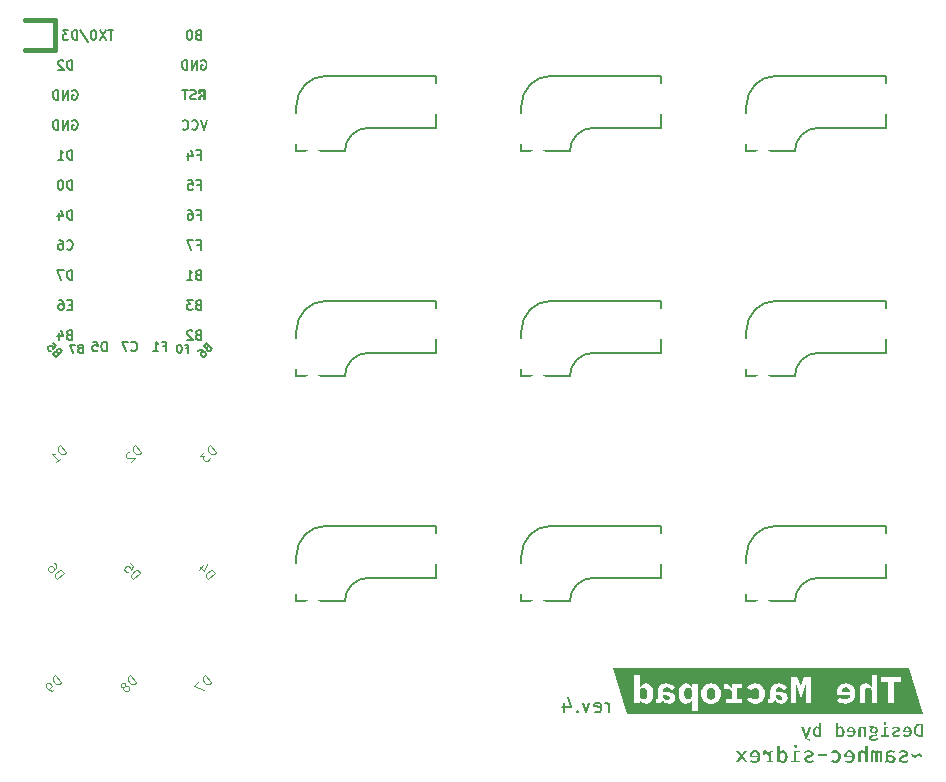
<source format=gbo>
G04 #@! TF.GenerationSoftware,KiCad,Pcbnew,(5.1.10-1-10_14)*
G04 #@! TF.CreationDate,2021-09-27T01:36:05+08:00*
G04 #@! TF.ProjectId,SMP v.2,534d5020-762e-4322-9e6b-696361645f70,rev?*
G04 #@! TF.SameCoordinates,Original*
G04 #@! TF.FileFunction,Legend,Bot*
G04 #@! TF.FilePolarity,Positive*
%FSLAX46Y46*%
G04 Gerber Fmt 4.6, Leading zero omitted, Abs format (unit mm)*
G04 Created by KiCad (PCBNEW (5.1.10-1-10_14)) date 2021-09-27 01:36:05*
%MOMM*%
%LPD*%
G01*
G04 APERTURE LIST*
%ADD10C,0.200000*%
%ADD11C,0.127000*%
%ADD12C,0.381000*%
%ADD13C,0.150000*%
%ADD14C,0.100000*%
%ADD15C,0.120000*%
%ADD16C,1.000000*%
%ADD17R,2.550000X2.500000*%
%ADD18C,1.750000*%
%ADD19C,3.000000*%
%ADD20C,3.987800*%
%ADD21C,6.400000*%
%ADD22C,1.752600*%
%ADD23R,1.752600X1.752600*%
G04 APERTURE END LIST*
D10*
X165236285Y-125129857D02*
X165236285Y-124329857D01*
X165236285Y-124558428D02*
X165179142Y-124444142D01*
X165122000Y-124387000D01*
X165007714Y-124329857D01*
X164893428Y-124329857D01*
X164036285Y-125072714D02*
X164150571Y-125129857D01*
X164379142Y-125129857D01*
X164493428Y-125072714D01*
X164550571Y-124958428D01*
X164550571Y-124501285D01*
X164493428Y-124387000D01*
X164379142Y-124329857D01*
X164150571Y-124329857D01*
X164036285Y-124387000D01*
X163979142Y-124501285D01*
X163979142Y-124615571D01*
X164550571Y-124729857D01*
X163579142Y-124329857D02*
X163293428Y-125129857D01*
X163007714Y-124329857D01*
X162550571Y-125015571D02*
X162493428Y-125072714D01*
X162550571Y-125129857D01*
X162607714Y-125072714D01*
X162550571Y-125015571D01*
X162550571Y-125129857D01*
X161464857Y-124329857D02*
X161464857Y-125129857D01*
X161750571Y-123872714D02*
X162036285Y-124729857D01*
X161293428Y-124729857D01*
D11*
X150575300Y-71257400D02*
X150575300Y-75657400D01*
X150575300Y-71257400D02*
X141275300Y-71257400D01*
X138775300Y-73757400D02*
X138775300Y-77657400D01*
X138775300Y-77657400D02*
X142875300Y-77657400D01*
X144875300Y-75657400D02*
X150575300Y-75657400D01*
X144875300Y-75657400D02*
G75*
G03*
X142875300Y-77657400I0J-2000000D01*
G01*
X141275300Y-71257400D02*
G75*
G03*
X138775300Y-73757400I0J-2500000D01*
G01*
X169625300Y-71257400D02*
X169625300Y-75657400D01*
X169625300Y-71257400D02*
X160325300Y-71257400D01*
X157825300Y-73757400D02*
X157825300Y-77657400D01*
X157825300Y-77657400D02*
X161925300Y-77657400D01*
X163925300Y-75657400D02*
X169625300Y-75657400D01*
X163925300Y-75657400D02*
G75*
G03*
X161925300Y-77657400I0J-2000000D01*
G01*
X160325300Y-71257400D02*
G75*
G03*
X157825300Y-73757400I0J-2500000D01*
G01*
X188675300Y-71257400D02*
X188675300Y-75657400D01*
X188675300Y-71257400D02*
X179375300Y-71257400D01*
X176875300Y-73757400D02*
X176875300Y-77657400D01*
X176875300Y-77657400D02*
X180975300Y-77657400D01*
X182975300Y-75657400D02*
X188675300Y-75657400D01*
X182975300Y-75657400D02*
G75*
G03*
X180975300Y-77657400I0J-2000000D01*
G01*
X179375300Y-71257400D02*
G75*
G03*
X176875300Y-73757400I0J-2500000D01*
G01*
X150575300Y-90307400D02*
X150575300Y-94707400D01*
X150575300Y-90307400D02*
X141275300Y-90307400D01*
X138775300Y-92807400D02*
X138775300Y-96707400D01*
X138775300Y-96707400D02*
X142875300Y-96707400D01*
X144875300Y-94707400D02*
X150575300Y-94707400D01*
X144875300Y-94707400D02*
G75*
G03*
X142875300Y-96707400I0J-2000000D01*
G01*
X141275300Y-90307400D02*
G75*
G03*
X138775300Y-92807400I0J-2500000D01*
G01*
X188675300Y-90307400D02*
X188675300Y-94707400D01*
X188675300Y-90307400D02*
X179375300Y-90307400D01*
X176875300Y-92807400D02*
X176875300Y-96707400D01*
X176875300Y-96707400D02*
X180975300Y-96707400D01*
X182975300Y-94707400D02*
X188675300Y-94707400D01*
X182975300Y-94707400D02*
G75*
G03*
X180975300Y-96707400I0J-2000000D01*
G01*
X179375300Y-90307400D02*
G75*
G03*
X176875300Y-92807400I0J-2500000D01*
G01*
X169625300Y-109357400D02*
X169625300Y-113757400D01*
X169625300Y-109357400D02*
X160325300Y-109357400D01*
X157825300Y-111857400D02*
X157825300Y-115757400D01*
X157825300Y-115757400D02*
X161925300Y-115757400D01*
X163925300Y-113757400D02*
X169625300Y-113757400D01*
X163925300Y-113757400D02*
G75*
G03*
X161925300Y-115757400I0J-2000000D01*
G01*
X160325300Y-109357400D02*
G75*
G03*
X157825300Y-111857400I0J-2500000D01*
G01*
X188675300Y-109357400D02*
X188675300Y-113757400D01*
X188675300Y-109357400D02*
X179375300Y-109357400D01*
X176875300Y-111857400D02*
X176875300Y-115757400D01*
X176875300Y-115757400D02*
X180975300Y-115757400D01*
X182975300Y-113757400D02*
X188675300Y-113757400D01*
X182975300Y-113757400D02*
G75*
G03*
X180975300Y-115757400I0J-2000000D01*
G01*
X179375300Y-109357400D02*
G75*
G03*
X176875300Y-111857400I0J-2500000D01*
G01*
X150575300Y-109357400D02*
X150575300Y-113757400D01*
X150575300Y-109357400D02*
X141275300Y-109357400D01*
X138775300Y-111857400D02*
X138775300Y-115757400D01*
X138775300Y-115757400D02*
X142875300Y-115757400D01*
X144875300Y-113757400D02*
X150575300Y-113757400D01*
X144875300Y-113757400D02*
G75*
G03*
X142875300Y-115757400I0J-2000000D01*
G01*
X141275300Y-109357400D02*
G75*
G03*
X138775300Y-111857400I0J-2500000D01*
G01*
X169625300Y-90307400D02*
X169625300Y-94707400D01*
X169625300Y-90307400D02*
X160325300Y-90307400D01*
X157825300Y-92807400D02*
X157825300Y-96707400D01*
X157825300Y-96707400D02*
X161925300Y-96707400D01*
X163925300Y-94707400D02*
X169625300Y-94707400D01*
X163925300Y-94707400D02*
G75*
G03*
X161925300Y-96707400I0J-2000000D01*
G01*
X160325300Y-90307400D02*
G75*
G03*
X157825300Y-92807400I0J-2500000D01*
G01*
D12*
X118313200Y-69088000D02*
X115773200Y-69088000D01*
X118313200Y-66548000D02*
X118313200Y-69088000D01*
D13*
G36*
X130707835Y-72837030D02*
G01*
X130707835Y-72937030D01*
X130807835Y-72937030D01*
X130807835Y-72837030D01*
X130707835Y-72837030D01*
G37*
X130707835Y-72837030D02*
X130707835Y-72937030D01*
X130807835Y-72937030D01*
X130807835Y-72837030D01*
X130707835Y-72837030D01*
G36*
X130907835Y-72437030D02*
G01*
X130907835Y-73237030D01*
X131007835Y-73237030D01*
X131007835Y-72437030D01*
X130907835Y-72437030D01*
G37*
X130907835Y-72437030D02*
X130907835Y-73237030D01*
X131007835Y-73237030D01*
X131007835Y-72437030D01*
X130907835Y-72437030D01*
G36*
X130507835Y-73037030D02*
G01*
X130507835Y-73237030D01*
X130607835Y-73237030D01*
X130607835Y-73037030D01*
X130507835Y-73037030D01*
G37*
X130507835Y-73037030D02*
X130507835Y-73237030D01*
X130607835Y-73237030D01*
X130607835Y-73037030D01*
X130507835Y-73037030D01*
G36*
X130507835Y-72437030D02*
G01*
X130507835Y-72737030D01*
X130607835Y-72737030D01*
X130607835Y-72437030D01*
X130507835Y-72437030D01*
G37*
X130507835Y-72437030D02*
X130507835Y-72737030D01*
X130607835Y-72737030D01*
X130607835Y-72437030D01*
X130507835Y-72437030D01*
G36*
X130507835Y-72437030D02*
G01*
X130507835Y-72537030D01*
X131007835Y-72537030D01*
X131007835Y-72437030D01*
X130507835Y-72437030D01*
G37*
X130507835Y-72437030D02*
X130507835Y-72537030D01*
X131007835Y-72537030D01*
X131007835Y-72437030D01*
X130507835Y-72437030D01*
D12*
X118313200Y-66548000D02*
X115773200Y-66548000D01*
D14*
G36*
X189987238Y-121361729D02*
G01*
X189987238Y-122156537D01*
X188234638Y-122156537D01*
X187952063Y-122023187D01*
X187482163Y-122023187D01*
X187482163Y-123032837D01*
X187463113Y-123032837D01*
X187393263Y-122902662D01*
X187293250Y-122796300D01*
X187156725Y-122723275D01*
X186980513Y-122696287D01*
X186764613Y-122735975D01*
X186596338Y-122855037D01*
X186486800Y-123048712D01*
X186457034Y-123171744D01*
X186447113Y-123312237D01*
X186447113Y-124372688D01*
X186917013Y-124372688D01*
X186917013Y-123375738D01*
X186947704Y-123199349D01*
X187039779Y-123093515D01*
X187193238Y-123058237D01*
X187299600Y-123072525D01*
X187393263Y-123116975D01*
X187458350Y-123191587D01*
X187482163Y-123296362D01*
X187482163Y-124372688D01*
X187952063Y-124372688D01*
X187952063Y-122023187D01*
X188234638Y-122156537D01*
X188234638Y-122547062D01*
X188872813Y-122547062D01*
X188872813Y-124372688D01*
X189349063Y-124372688D01*
X189349063Y-122547062D01*
X189987238Y-122547062D01*
X189987238Y-122156537D01*
X189987238Y-121361729D01*
X190648696Y-121361729D01*
X191821858Y-125272271D01*
X185256488Y-124410788D01*
X185509429Y-124385388D01*
X185717921Y-124309188D01*
X185881963Y-124182188D01*
X186000143Y-124011443D01*
X186071051Y-123804010D01*
X186094688Y-123559888D01*
X186080797Y-123369784D01*
X186039125Y-123199525D01*
X185971656Y-123051094D01*
X185880375Y-122926475D01*
X185766075Y-122827256D01*
X185629550Y-122755025D01*
X185472784Y-122710972D01*
X185297763Y-122696287D01*
X185123138Y-122710972D01*
X184967563Y-122755025D01*
X184832625Y-122826066D01*
X184719913Y-122921712D01*
X184629822Y-123041172D01*
X184562750Y-123183650D01*
X184521078Y-123346766D01*
X184507188Y-123528138D01*
X184507188Y-123667838D01*
X185627963Y-123667838D01*
X185627963Y-123696413D01*
X185603356Y-123839684D01*
X185529538Y-123952000D01*
X185408094Y-124024628D01*
X185240613Y-124048838D01*
X185104881Y-124034947D01*
X184989788Y-123993275D01*
X184808813Y-123845638D01*
X184554813Y-124121863D01*
X184669113Y-124231400D01*
X184821513Y-124325063D01*
X185015981Y-124389356D01*
X185256488Y-124410788D01*
X191821858Y-125272271D01*
X190648696Y-125272271D01*
X178992213Y-124372688D01*
X179227163Y-124298075D01*
X179331938Y-124083763D01*
X179347813Y-124083763D01*
X179414091Y-124225844D01*
X179524025Y-124328238D01*
X179670472Y-124390150D01*
X179846288Y-124410788D01*
X180060997Y-124378641D01*
X180228875Y-124282200D01*
X180337222Y-124127816D01*
X180373338Y-123921838D01*
X180326506Y-123698000D01*
X180186013Y-123540838D01*
X180041726Y-123472046D01*
X179858635Y-123430771D01*
X179636738Y-123417013D01*
X179373213Y-123417013D01*
X179373213Y-123334463D01*
X179441475Y-123113800D01*
X179671663Y-123039187D01*
X179912963Y-123096337D01*
X180071713Y-123245562D01*
X180328888Y-123016962D01*
X180222922Y-122889566D01*
X180070125Y-122786775D01*
X179868909Y-122718909D01*
X179617688Y-122696287D01*
X179409725Y-122713397D01*
X179234571Y-122764726D01*
X179092225Y-122850275D01*
X178987274Y-122970396D01*
X178924303Y-123125442D01*
X178903313Y-123315412D01*
X178903313Y-124032963D01*
X178722338Y-124032963D01*
X178722338Y-124372688D01*
X178992213Y-124372688D01*
X190648696Y-125272271D01*
X189987238Y-125272271D01*
X177614262Y-124410788D01*
X177798016Y-124396103D01*
X177961925Y-124352050D01*
X178104006Y-124280216D01*
X178222275Y-124182188D01*
X178316334Y-124059156D01*
X178385787Y-123912313D01*
X178428650Y-123743244D01*
X178442937Y-123553538D01*
X178428650Y-123363831D01*
X178385787Y-123194762D01*
X178316334Y-123047919D01*
X178222275Y-122924887D01*
X178104006Y-122826859D01*
X177961925Y-122755025D01*
X177798809Y-122710972D01*
X177617437Y-122696287D01*
X177374153Y-122723672D01*
X177184050Y-122805825D01*
X177039984Y-122933222D01*
X176934812Y-123096337D01*
X177296762Y-123293187D01*
X177412650Y-123134437D01*
X177617437Y-123070937D01*
X177760709Y-123094353D01*
X177866675Y-123164600D01*
X177932159Y-123275328D01*
X177953987Y-123420188D01*
X177953987Y-123686888D01*
X177932159Y-123831747D01*
X177866675Y-123942475D01*
X177759122Y-124012722D01*
X177611087Y-124036138D01*
X177396775Y-123972638D01*
X177265012Y-123807538D01*
X176909412Y-124010738D01*
X176493487Y-124007563D01*
X176115662Y-124007563D01*
X176115662Y-123099512D01*
X176493487Y-123099512D01*
X176493487Y-122734387D01*
X175645762Y-122734387D01*
X175645762Y-123197937D01*
X175623537Y-123197937D01*
X175561625Y-123024900D01*
X175460025Y-122875675D01*
X175309212Y-122772487D01*
X175099662Y-122734387D01*
X174944087Y-122734387D01*
X174944087Y-123166187D01*
X175293337Y-123166187D01*
X175446531Y-123191984D01*
X175556862Y-123269375D01*
X175623537Y-123384072D01*
X175645762Y-123521788D01*
X175645762Y-124007563D01*
X175106012Y-124007563D01*
X174354728Y-124280216D01*
X174472600Y-124182188D01*
X174566659Y-124059156D01*
X174636113Y-123912313D01*
X174678975Y-123743244D01*
X174693262Y-123553538D01*
X174678975Y-123363831D01*
X174636113Y-123194762D01*
X174566659Y-123047919D01*
X174472600Y-122924887D01*
X174354728Y-122826859D01*
X174213837Y-122755025D01*
X174051912Y-122710972D01*
X173870937Y-122696287D01*
X173689962Y-122710972D01*
X173528037Y-122755025D01*
X173387147Y-122826859D01*
X172731112Y-122734387D01*
X172261212Y-122734387D01*
X172261212Y-123032837D01*
X172238987Y-123032837D01*
X172165169Y-122899487D01*
X172064362Y-122791537D01*
X171929425Y-122720100D01*
X171753212Y-122696287D01*
X171503975Y-122747087D01*
X171310300Y-122902662D01*
X171238069Y-123021725D01*
X171183300Y-123169362D01*
X171148772Y-123346369D01*
X171137262Y-123553538D01*
X171148772Y-123760706D01*
X171183300Y-123937713D01*
X171238069Y-124085350D01*
X171310300Y-124204413D01*
X171503975Y-124359988D01*
X171753212Y-124410788D01*
X171929425Y-124387372D01*
X172064362Y-124317125D01*
X172165169Y-124209572D01*
X172238987Y-124074238D01*
X172261212Y-124074238D01*
X172261212Y-125007688D01*
X172731112Y-125007688D01*
X172731112Y-122734387D01*
X173387147Y-122826859D01*
X173269275Y-122924887D01*
X173175216Y-123047919D01*
X173105762Y-123194762D01*
X173062900Y-123363831D01*
X173048612Y-123553538D01*
X173062900Y-123743244D01*
X173105762Y-123912313D01*
X173175216Y-124059156D01*
X173269275Y-124182188D01*
X173387147Y-124280216D01*
X173528037Y-124352050D01*
X173689962Y-124396103D01*
X173870937Y-124410788D01*
X174051912Y-124396103D01*
X174213837Y-124352050D01*
X174354728Y-124280216D01*
X175106012Y-124007563D01*
X175106012Y-124372688D01*
X176493487Y-124372688D01*
X176493487Y-124007563D01*
X176909412Y-124010738D01*
X177018553Y-124173853D01*
X177168175Y-124301250D01*
X177364628Y-124383403D01*
X177614262Y-124410788D01*
X189987238Y-125272271D01*
X167390762Y-125272271D01*
X169467212Y-124372688D01*
X169702162Y-124298075D01*
X169806937Y-124083763D01*
X169822812Y-124083763D01*
X169889091Y-124225844D01*
X169999025Y-124328238D01*
X170145472Y-124390150D01*
X170321287Y-124410788D01*
X170535997Y-124378641D01*
X170703875Y-124282200D01*
X170812222Y-124127816D01*
X170848337Y-123921838D01*
X170801506Y-123698000D01*
X170661012Y-123540838D01*
X170516726Y-123472046D01*
X170333635Y-123430771D01*
X170111737Y-123417013D01*
X169848212Y-123417013D01*
X169848212Y-123334463D01*
X169916475Y-123113800D01*
X170146662Y-123039187D01*
X170387962Y-123096337D01*
X170546712Y-123245562D01*
X170803887Y-123016962D01*
X170697922Y-122889566D01*
X170545125Y-122786775D01*
X170343909Y-122718909D01*
X170092687Y-122696287D01*
X169884725Y-122713397D01*
X169709571Y-122764726D01*
X169567225Y-122850275D01*
X169462274Y-122970396D01*
X169399303Y-123125442D01*
X169378312Y-123315412D01*
X169378312Y-124032963D01*
X169197337Y-124032963D01*
X169197337Y-124372688D01*
X169467212Y-124372688D01*
X167390762Y-125272271D01*
X166729304Y-125272271D01*
X167390762Y-124372688D01*
X167860662Y-124372688D01*
X167860662Y-124074238D01*
X167882887Y-124074238D01*
X167958691Y-124209572D01*
X168059100Y-124317125D01*
X168192847Y-124387372D01*
X168368662Y-124410788D01*
X168617900Y-124359988D01*
X168811575Y-124204413D01*
X168883806Y-124085350D01*
X168938575Y-123937713D01*
X168973103Y-123760706D01*
X168984612Y-123553538D01*
X168973103Y-123346369D01*
X168938575Y-123169362D01*
X168883806Y-123021725D01*
X168811575Y-122902662D01*
X168617900Y-122747087D01*
X168368662Y-122696287D01*
X168194037Y-122721687D01*
X168059100Y-122791537D01*
X167957500Y-122897900D01*
X167882887Y-123032837D01*
X167860662Y-123032837D01*
X167860662Y-122023187D01*
X167390762Y-122023187D01*
X167390762Y-124372688D01*
X166729304Y-125272271D01*
X165556142Y-121361729D01*
X180662263Y-122156537D01*
X180662263Y-124372688D01*
X181075013Y-124372688D01*
X181075013Y-123385263D01*
X181049613Y-122766137D01*
X181078188Y-122766137D01*
X181490938Y-123905963D01*
X181903688Y-122766137D01*
X181932263Y-122766137D01*
X181906863Y-123385263D01*
X181906863Y-124372688D01*
X182319613Y-124372688D01*
X182319613Y-122156537D01*
X181757638Y-122156537D01*
X181484588Y-122902662D01*
X181459188Y-122902662D01*
X181186138Y-122156537D01*
X180662263Y-122156537D01*
X165556142Y-121361729D01*
X166729304Y-121361729D01*
X167390762Y-121361729D01*
X189987238Y-121361729D01*
G37*
G36*
X173870937Y-124061538D02*
G01*
X173729650Y-124036931D01*
X173623287Y-123963113D01*
X173556612Y-123844050D01*
X173534387Y-123683713D01*
X173534387Y-123423363D01*
X173556612Y-123263025D01*
X173623287Y-123143962D01*
X173729650Y-123070144D01*
X173870937Y-123045537D01*
X174012225Y-123070144D01*
X174118587Y-123143962D01*
X174185262Y-123263025D01*
X174207487Y-123423363D01*
X174207487Y-123683713D01*
X174185262Y-123844050D01*
X174118587Y-123963113D01*
X174012225Y-124036931D01*
X173870937Y-124061538D01*
G37*
G36*
X171956412Y-124045663D02*
G01*
X171815919Y-124021453D01*
X171711937Y-123948825D01*
X171647644Y-123833334D01*
X171626212Y-123680538D01*
X171626212Y-123426538D01*
X171647644Y-123273741D01*
X171711937Y-123158250D01*
X171815919Y-123085622D01*
X171956412Y-123061412D01*
X172170725Y-123121737D01*
X172261212Y-123312237D01*
X172261212Y-123794838D01*
X172170725Y-123985338D01*
X171956412Y-124045663D01*
G37*
G36*
X168165462Y-124045663D02*
G01*
X167951150Y-123985338D01*
X167860662Y-123794838D01*
X167860662Y-123312237D01*
X167951150Y-123121737D01*
X168165462Y-123061412D01*
X168305956Y-123085622D01*
X168409937Y-123158250D01*
X168474231Y-123273741D01*
X168495662Y-123426538D01*
X168495662Y-123680538D01*
X168474231Y-123833334D01*
X168409937Y-123948825D01*
X168305956Y-124021453D01*
X168165462Y-124045663D01*
G37*
G36*
X185294588Y-123032837D02*
G01*
X185431509Y-123056253D01*
X185537475Y-123126500D01*
X185605341Y-123236434D01*
X185627963Y-123378913D01*
X185627963Y-123404313D01*
X184967563Y-123404313D01*
X184967563Y-123378913D01*
X184989391Y-123234450D01*
X185054875Y-123124912D01*
X185158459Y-123055856D01*
X185294588Y-123032837D01*
G37*
G36*
X179668488Y-124102813D02*
G01*
X179458938Y-124042488D01*
X179373213Y-123867863D01*
X179373213Y-123671013D01*
X179624038Y-123671013D01*
X179840731Y-123719431D01*
X179912963Y-123864688D01*
X179912963Y-123928188D01*
X179846288Y-124058363D01*
X179668488Y-124102813D01*
G37*
G36*
X170143487Y-124102813D02*
G01*
X169933937Y-124042488D01*
X169848212Y-123867863D01*
X169848212Y-123671013D01*
X170099037Y-123671013D01*
X170315731Y-123719431D01*
X170387962Y-123864688D01*
X170387962Y-123928188D01*
X170321287Y-124058363D01*
X170143487Y-124102813D01*
G37*
G36*
X187230808Y-126402306D02*
G01*
X187334789Y-126423737D01*
X187398488Y-126427905D01*
X187473696Y-126429294D01*
X187407021Y-126468584D01*
X187517264Y-126538126D01*
X187571768Y-126481505D01*
X187662608Y-126462631D01*
X187736427Y-126474339D01*
X187789608Y-126509462D01*
X187821755Y-126564430D01*
X187832471Y-126635669D01*
X187821556Y-126708098D01*
X187788814Y-126763463D01*
X187735038Y-126798586D01*
X187661021Y-126810294D01*
X187591171Y-126798784D01*
X187540371Y-126764256D01*
X187509414Y-126708297D01*
X187499096Y-126632494D01*
X187517264Y-126538126D01*
X187407021Y-126468584D01*
X187359396Y-126516606D01*
X187330821Y-126574550D01*
X187321296Y-126643606D01*
X187331416Y-126721394D01*
X187361777Y-126789656D01*
X187410791Y-126846409D01*
X187476871Y-126889669D01*
X187558230Y-126917053D01*
X187653083Y-126926181D01*
X187767383Y-126911894D01*
X187794371Y-126942850D01*
X187803896Y-126981744D01*
X187778099Y-127029369D01*
X187700708Y-127045244D01*
X187554658Y-127045244D01*
X187470521Y-127052784D01*
X187395908Y-127075406D01*
X187333797Y-127111323D01*
X187287164Y-127158750D01*
X187257994Y-127215305D01*
X187248271Y-127278606D01*
X187275258Y-127389930D01*
X187356221Y-127473075D01*
X187438771Y-127511440D01*
X187542487Y-127534458D01*
X187667371Y-127542131D01*
X187793775Y-127534789D01*
X187890414Y-127512763D01*
X187960264Y-127476647D01*
X188006302Y-127427038D01*
X188031900Y-127362545D01*
X188040433Y-127281781D01*
X187881683Y-127281781D01*
X187863427Y-127357188D01*
X187799133Y-127398463D01*
X187742777Y-127408583D01*
X187665783Y-127411956D01*
X187556642Y-127404217D01*
X187483221Y-127381000D01*
X187427658Y-127289719D01*
X187471314Y-127211138D01*
X187589583Y-127183356D01*
X187734046Y-127183356D01*
X187833066Y-127171847D01*
X187904702Y-127137319D01*
X187948160Y-127085328D01*
X187962646Y-127021431D01*
X187938833Y-126938881D01*
X187870571Y-126870619D01*
X187935063Y-126826764D01*
X187979314Y-126774575D01*
X188004913Y-126711670D01*
X188013446Y-126635669D01*
X188002333Y-126553317D01*
X187968996Y-126480887D01*
X187915814Y-126420959D01*
X187845171Y-126376112D01*
X187760239Y-126348133D01*
X187664196Y-126338806D01*
X187541760Y-126334837D01*
X187447502Y-126319756D01*
X187364753Y-126293166D01*
X187276846Y-126254669D01*
X187230808Y-126402306D01*
G37*
G36*
X181823783Y-127202406D02*
G01*
X181862677Y-127296686D01*
X181911625Y-127376326D01*
X181970627Y-127441325D01*
X182042682Y-127490978D01*
X182130788Y-127524581D01*
X182234945Y-127542131D01*
X182257170Y-127408781D01*
X182182558Y-127392708D01*
X182123820Y-127369888D01*
X182042858Y-127304006D01*
X181988883Y-127199231D01*
X182049208Y-127199231D01*
X182331783Y-126361031D01*
X182142870Y-126361031D01*
X181931733Y-127075406D01*
X181717420Y-126361031D01*
X181534858Y-126361031D01*
X181823783Y-127202406D01*
G37*
G36*
X184455858Y-126024481D02*
G01*
X184455858Y-127199231D01*
X184613020Y-127199231D01*
X184625720Y-127096044D01*
X184671758Y-127149225D01*
X184727320Y-127188119D01*
X184790820Y-127211931D01*
X184860670Y-127219869D01*
X184956802Y-127206816D01*
X185035648Y-127167658D01*
X185097208Y-127102394D01*
X185141305Y-127014376D01*
X185167764Y-126906955D01*
X185176583Y-126780131D01*
X185166463Y-126658687D01*
X185136102Y-126551531D01*
X185087088Y-126462433D01*
X185021008Y-126395162D01*
X184939649Y-126352895D01*
X184844795Y-126338806D01*
X184727717Y-126361825D01*
X184707477Y-126498747D01*
X184798758Y-126475331D01*
X184879919Y-126494183D01*
X184939252Y-126550737D01*
X184975566Y-126645789D01*
X184987670Y-126780131D01*
X184976756Y-126913481D01*
X184944014Y-127008731D01*
X184889444Y-127065881D01*
X184813045Y-127084931D01*
X184715811Y-127054769D01*
X184633658Y-126964281D01*
X184633658Y-126568994D01*
X184707477Y-126498747D01*
X184727717Y-126361825D01*
X184633658Y-126430881D01*
X184633658Y-126003844D01*
X184455858Y-126024481D01*
G37*
G36*
X182812795Y-126338806D02*
G01*
X182732627Y-126548356D01*
X182786800Y-126493588D01*
X182862008Y-126475331D01*
X182962814Y-126508669D01*
X183042983Y-126595981D01*
X183042983Y-126988094D01*
X182969958Y-127060722D01*
X182877883Y-127084931D01*
X182796722Y-127066080D01*
X182737389Y-127009525D01*
X182701075Y-126914473D01*
X182688970Y-126780131D01*
X182699885Y-126642812D01*
X182732627Y-126548356D01*
X182812795Y-126338806D01*
X182715252Y-126351683D01*
X182636407Y-126390312D01*
X182576258Y-126454694D01*
X182533925Y-126542183D01*
X182508525Y-126650133D01*
X182500058Y-126778544D01*
X182509848Y-126901487D01*
X182539216Y-127007849D01*
X182588164Y-127097631D01*
X182654751Y-127165541D01*
X182737036Y-127206287D01*
X182835020Y-127219869D01*
X182921451Y-127208403D01*
X182994476Y-127174008D01*
X183054095Y-127116681D01*
X183063620Y-127199231D01*
X183220783Y-127199231D01*
X183220783Y-126024481D01*
X183042983Y-126003844D01*
X183042983Y-126461044D01*
X182995953Y-126409053D01*
X182940589Y-126370556D01*
X182878875Y-126346744D01*
X182812795Y-126338806D01*
G37*
G36*
X191553571Y-127199231D02*
G01*
X191637708Y-127059531D01*
X191534521Y-127059531D01*
X191443813Y-127048022D01*
X191369597Y-127013494D01*
X191311874Y-126955947D01*
X191270643Y-126875381D01*
X191245904Y-126771797D01*
X191237658Y-126645194D01*
X191246742Y-126505494D01*
X191273994Y-126399660D01*
X191319414Y-126327694D01*
X191414466Y-126265781D01*
X191536108Y-126245144D01*
X191637708Y-126245144D01*
X191637708Y-127059531D01*
X191553571Y-127199231D01*
X191821858Y-127199231D01*
X191821858Y-126103856D01*
X191571033Y-126103856D01*
X191457824Y-126111050D01*
X191356324Y-126132630D01*
X191266531Y-126168596D01*
X191188446Y-126218950D01*
X191125243Y-126288750D01*
X191080099Y-126383058D01*
X191053012Y-126501872D01*
X191043983Y-126645194D01*
X191053012Y-126788912D01*
X191080099Y-126908917D01*
X191125243Y-127005209D01*
X191188446Y-127077788D01*
X191265439Y-127130919D01*
X191351958Y-127168870D01*
X191448002Y-127191641D01*
X191553571Y-127199231D01*
G37*
G36*
X190464546Y-127081756D02*
G01*
X190352627Y-127063500D01*
X190243883Y-127008731D01*
X190167683Y-127116681D01*
X190231580Y-127160338D01*
X190305796Y-127192881D01*
X190387155Y-127213122D01*
X190472483Y-127219869D01*
X190591016Y-127206551D01*
X190690500Y-127166599D01*
X190770933Y-127100013D01*
X190830023Y-127011201D01*
X190865477Y-126904574D01*
X190877296Y-126780131D01*
X190865786Y-126660870D01*
X190831258Y-126553912D01*
X190774902Y-126464020D01*
X190697908Y-126395956D01*
X190603452Y-126353094D01*
X190494708Y-126338806D01*
X190391256Y-126351242D01*
X190303150Y-126388548D01*
X190230389Y-126450725D01*
X190176150Y-126534598D01*
X190143606Y-126636992D01*
X190132758Y-126757906D01*
X190137521Y-126837281D01*
X190694733Y-126716631D01*
X190305796Y-126716631D01*
X190320083Y-126611459D01*
X190356596Y-126534069D01*
X190414539Y-126486444D01*
X190493121Y-126470569D01*
X190570908Y-126486047D01*
X190632821Y-126532481D01*
X190675286Y-126609475D01*
X190694733Y-126716631D01*
X190137521Y-126837281D01*
X190693145Y-126837281D01*
X190671516Y-126944239D01*
X190622502Y-127020638D01*
X190551660Y-127066477D01*
X190464546Y-127081756D01*
G37*
G36*
X185702045Y-127081756D02*
G01*
X185590127Y-127063500D01*
X185481383Y-127008731D01*
X185405183Y-127116681D01*
X185469080Y-127160338D01*
X185543295Y-127192881D01*
X185624655Y-127213122D01*
X185709983Y-127219869D01*
X185828516Y-127206551D01*
X185928000Y-127166599D01*
X186008433Y-127100013D01*
X186067523Y-127011201D01*
X186102977Y-126904574D01*
X186114795Y-126780131D01*
X186103286Y-126660870D01*
X186068758Y-126553912D01*
X186012402Y-126464020D01*
X185935408Y-126395956D01*
X185840952Y-126353094D01*
X185732208Y-126338806D01*
X185628756Y-126351242D01*
X185540650Y-126388548D01*
X185467889Y-126450725D01*
X185413650Y-126534598D01*
X185381106Y-126636992D01*
X185370258Y-126757906D01*
X185375020Y-126837281D01*
X185932233Y-126716631D01*
X185543295Y-126716631D01*
X185557583Y-126611459D01*
X185594095Y-126534069D01*
X185652039Y-126486444D01*
X185730620Y-126470569D01*
X185808408Y-126486047D01*
X185870320Y-126532481D01*
X185912786Y-126609475D01*
X185932233Y-126716631D01*
X185375020Y-126837281D01*
X185930645Y-126837281D01*
X185909016Y-126944239D01*
X185860002Y-127020638D01*
X185789160Y-127066477D01*
X185702045Y-127081756D01*
G37*
G36*
X189402508Y-126972219D02*
G01*
X189416796Y-126912688D01*
X189473946Y-126869825D01*
X189527524Y-126849386D01*
X189602533Y-126827756D01*
X189723381Y-126787870D01*
X189809702Y-126738062D01*
X189861494Y-126671189D01*
X189878758Y-126580106D01*
X189856136Y-126481483D01*
X189788271Y-126404687D01*
X189720890Y-126368087D01*
X189639398Y-126346126D01*
X189543796Y-126338806D01*
X189425791Y-126349566D01*
X189319429Y-126381845D01*
X189224708Y-126435644D01*
X189300908Y-126548356D01*
X189416796Y-126492397D01*
X189539033Y-126473744D01*
X189658096Y-126496762D01*
X189697783Y-126565819D01*
X189679527Y-126618206D01*
X189616821Y-126657100D01*
X189561655Y-126676745D01*
X189485058Y-126699169D01*
X189365797Y-126741634D01*
X189281064Y-126792831D01*
X189230463Y-126862284D01*
X189213596Y-126959519D01*
X189240186Y-127072430D01*
X189319958Y-127153988D01*
X189396511Y-127190588D01*
X189484352Y-127212549D01*
X189583483Y-127219869D01*
X189714187Y-127206816D01*
X189829016Y-127167658D01*
X189927971Y-127102394D01*
X189834308Y-126994444D01*
X189778944Y-127031552D01*
X189717627Y-127060325D01*
X189651944Y-127078780D01*
X189583483Y-127084931D01*
X189508275Y-127077391D01*
X189450927Y-127054769D01*
X189402508Y-126972219D01*
G37*
G36*
X187030783Y-126361031D02*
G01*
X186876796Y-126361031D01*
X186864096Y-126470569D01*
X186807144Y-126414411D01*
X186741064Y-126372937D01*
X186668635Y-126347339D01*
X186592633Y-126338806D01*
X186491033Y-126355078D01*
X186418008Y-126403894D01*
X186373955Y-126482475D01*
X186359270Y-126588044D01*
X186359270Y-127199231D01*
X186537070Y-127199231D01*
X186537070Y-126676944D01*
X186545802Y-126557087D01*
X186579933Y-126495175D01*
X186656133Y-126475331D01*
X186764877Y-126510256D01*
X186852983Y-126597569D01*
X186852983Y-127199231D01*
X187030783Y-127199231D01*
X187030783Y-126361031D01*
G37*
G36*
X188478583Y-127069056D02*
G01*
X188249983Y-127069056D01*
X188249983Y-127199231D01*
X188905621Y-127199231D01*
X188905621Y-127069056D01*
X188656383Y-127069056D01*
X188656383Y-126491206D01*
X188897683Y-126491206D01*
X188897683Y-126361031D01*
X188478583Y-126361031D01*
X188478583Y-127069056D01*
G37*
G36*
X188484933Y-126062581D02*
G01*
X188517477Y-126141956D01*
X188600821Y-126173706D01*
X188684958Y-126141956D01*
X188716708Y-126062581D01*
X188684164Y-125981619D01*
X188600821Y-125949869D01*
X188517477Y-125982412D01*
X188484933Y-126062581D01*
G37*
G36*
X180890968Y-128024255D02*
G01*
X180930020Y-128119505D01*
X181030033Y-128157605D01*
X181130998Y-128119505D01*
X181169098Y-128024255D01*
X181130045Y-127927100D01*
X181030033Y-127889000D01*
X180930020Y-127928052D01*
X180890968Y-128024255D01*
G37*
G36*
X183660838Y-128704340D02*
G01*
X182971228Y-128704340D01*
X182971228Y-128879600D01*
X183660838Y-128879600D01*
X183660838Y-128704340D01*
G37*
G36*
X191267503Y-128715770D02*
G01*
X191191303Y-128775778D01*
X191128438Y-128793875D01*
X191031283Y-128753870D01*
X190947463Y-128637665D01*
X190812208Y-128702435D01*
X190876264Y-128812925D01*
X190946511Y-128896745D01*
X191030092Y-128949609D01*
X191134153Y-128967230D01*
X191250358Y-128938655D01*
X191360848Y-128856740D01*
X191438001Y-128796733D01*
X191505628Y-128776730D01*
X191602783Y-128816735D01*
X191686603Y-128932940D01*
X191821858Y-128868170D01*
X191757802Y-128758871D01*
X191687556Y-128674813D01*
X191603974Y-128621234D01*
X191499913Y-128603375D01*
X191379898Y-128631950D01*
X191267503Y-128715770D01*
G37*
G36*
X180883348Y-129232025D02*
G01*
X180609028Y-129232025D01*
X180609028Y-129388235D01*
X181395793Y-129388235D01*
X181395793Y-129232025D01*
X181096708Y-129232025D01*
X181096708Y-128538605D01*
X181386268Y-128538605D01*
X181386268Y-128382395D01*
X180883348Y-128382395D01*
X180883348Y-129232025D01*
G37*
G36*
X178281118Y-128382395D02*
G01*
X178317313Y-128753870D01*
X178469713Y-128753870D01*
X178469713Y-128548130D01*
X178567582Y-128570037D01*
X178651640Y-128631950D01*
X178720935Y-128730534D01*
X178774513Y-128862455D01*
X178774513Y-129235835D01*
X178572583Y-129235835D01*
X178572583Y-129388235D01*
X179136463Y-129388235D01*
X179136463Y-129235835D01*
X178987873Y-129235835D01*
X178987873Y-128534795D01*
X179136463Y-128534795D01*
X179136463Y-128382395D01*
X178825948Y-128382395D01*
X178787848Y-128614805D01*
X178722364Y-128501696D01*
X178644020Y-128421447D01*
X178549009Y-128373584D01*
X178433518Y-128357630D01*
X178281118Y-128382395D01*
G37*
G36*
X184127563Y-129152015D02*
G01*
X184030408Y-129289175D01*
X184103751Y-129340372D01*
X184190428Y-129379663D01*
X184285202Y-129404666D01*
X184382833Y-129413000D01*
X184525285Y-129397231D01*
X184645300Y-129349923D01*
X184742878Y-129271078D01*
X184814845Y-129165773D01*
X184858025Y-129039091D01*
X184872418Y-128891030D01*
X184857654Y-128745059D01*
X184813363Y-128615757D01*
X184741211Y-128507649D01*
X184642866Y-128425257D01*
X184521184Y-128373108D01*
X184379023Y-128355725D01*
X184251388Y-128369272D01*
X184135183Y-128409912D01*
X184030408Y-128477645D01*
X184129468Y-128610995D01*
X184251864Y-128548130D01*
X184375213Y-128527175D01*
X184487608Y-128549797D01*
X184573333Y-128617662D01*
X184627626Y-128731248D01*
X184645723Y-128891030D01*
X184627626Y-129046288D01*
X184573333Y-129153920D01*
X184487608Y-129216785D01*
X184375213Y-129237740D01*
X184253293Y-129216309D01*
X184127563Y-129152015D01*
G37*
G36*
X181992058Y-129115820D02*
G01*
X182009203Y-129044383D01*
X182077783Y-128992948D01*
X182142077Y-128968421D01*
X182232088Y-128942465D01*
X182377106Y-128894602D01*
X182480690Y-128834833D01*
X182542841Y-128754584D01*
X182563558Y-128645285D01*
X182536412Y-128526937D01*
X182454973Y-128434782D01*
X182374116Y-128390862D01*
X182276326Y-128364509D01*
X182161603Y-128355725D01*
X182019998Y-128368637D01*
X181892363Y-128407372D01*
X181778698Y-128471930D01*
X181870138Y-128607185D01*
X182009203Y-128540034D01*
X182155888Y-128517650D01*
X182298763Y-128545272D01*
X182346388Y-128628140D01*
X182324480Y-128691005D01*
X182249233Y-128737678D01*
X182183034Y-128761252D01*
X182091118Y-128788160D01*
X181948005Y-128839119D01*
X181846326Y-128900555D01*
X181785604Y-128983899D01*
X181765363Y-129100580D01*
X181797272Y-129236073D01*
X181892998Y-129333943D01*
X181984861Y-129377863D01*
X182090271Y-129404216D01*
X182209228Y-129413000D01*
X182366073Y-129397337D01*
X182503868Y-129350347D01*
X182622613Y-129272030D01*
X182510218Y-129142490D01*
X182443781Y-129187019D01*
X182370200Y-129221548D01*
X182291381Y-129243693D01*
X182209228Y-129251075D01*
X182118979Y-129242026D01*
X182050160Y-129214880D01*
X181992058Y-129115820D01*
G37*
G36*
X189993058Y-129115820D02*
G01*
X190010203Y-129044383D01*
X190078783Y-128992948D01*
X190143077Y-128968421D01*
X190233088Y-128942465D01*
X190378106Y-128894602D01*
X190481691Y-128834833D01*
X190543841Y-128754584D01*
X190564558Y-128645285D01*
X190537412Y-128526937D01*
X190455973Y-128434782D01*
X190375116Y-128390862D01*
X190277326Y-128364509D01*
X190162603Y-128355725D01*
X190020998Y-128368637D01*
X189893363Y-128407372D01*
X189779698Y-128471930D01*
X189871138Y-128607185D01*
X190010203Y-128540034D01*
X190156888Y-128517650D01*
X190299763Y-128545272D01*
X190347388Y-128628140D01*
X190325481Y-128691005D01*
X190250233Y-128737678D01*
X190184034Y-128761252D01*
X190092118Y-128788160D01*
X189949005Y-128839119D01*
X189847326Y-128900555D01*
X189786604Y-128983899D01*
X189766363Y-129100580D01*
X189798272Y-129236073D01*
X189893998Y-129333943D01*
X189985861Y-129377863D01*
X190091271Y-129404216D01*
X190210228Y-129413000D01*
X190367073Y-129397337D01*
X190504868Y-129350347D01*
X190623613Y-129272030D01*
X190511218Y-129142490D01*
X190444781Y-129187019D01*
X190371201Y-129221548D01*
X190292381Y-129243693D01*
X190210228Y-129251075D01*
X190119979Y-129242026D01*
X190051161Y-129214880D01*
X189993058Y-129115820D01*
G37*
G36*
X177551503Y-129247265D02*
G01*
X177417200Y-129225358D01*
X177286708Y-129159635D01*
X177195268Y-129289175D01*
X177271944Y-129341563D01*
X177361003Y-129380615D01*
X177458634Y-129404904D01*
X177561028Y-129413000D01*
X177703268Y-129397019D01*
X177822648Y-129349077D01*
X177919168Y-129269173D01*
X177990076Y-129162598D01*
X178032621Y-129034646D01*
X178046803Y-128885315D01*
X178032992Y-128742202D01*
X177991558Y-128613852D01*
X177923930Y-128505982D01*
X177831538Y-128424305D01*
X177718190Y-128372870D01*
X177587698Y-128355725D01*
X177463555Y-128370647D01*
X177357828Y-128415415D01*
X177270515Y-128490027D01*
X177205428Y-128590675D01*
X177166375Y-128713548D01*
X177153358Y-128858645D01*
X177159073Y-128953895D01*
X177827728Y-128809115D01*
X177361003Y-128809115D01*
X177378148Y-128682909D01*
X177421963Y-128590040D01*
X177491495Y-128532890D01*
X177585793Y-128513840D01*
X177679138Y-128532414D01*
X177753433Y-128588135D01*
X177804392Y-128680528D01*
X177827728Y-128809115D01*
X177159073Y-128953895D01*
X177825823Y-128953895D01*
X177799867Y-129082244D01*
X177741050Y-129173922D01*
X177656040Y-129228929D01*
X177551503Y-129247265D01*
G37*
G36*
X185552503Y-129247265D02*
G01*
X185418201Y-129225358D01*
X185287708Y-129159635D01*
X185196268Y-129289175D01*
X185272944Y-129341563D01*
X185362003Y-129380615D01*
X185459634Y-129404904D01*
X185562028Y-129413000D01*
X185704268Y-129397019D01*
X185823648Y-129349077D01*
X185920168Y-129269173D01*
X185991076Y-129162598D01*
X186033621Y-129034646D01*
X186047803Y-128885315D01*
X186033992Y-128742202D01*
X185992558Y-128613852D01*
X185924930Y-128505982D01*
X185832538Y-128424305D01*
X185719191Y-128372870D01*
X185588698Y-128355725D01*
X185464556Y-128370647D01*
X185358828Y-128415415D01*
X185271516Y-128490027D01*
X185206428Y-128590675D01*
X185167376Y-128713548D01*
X185154358Y-128858645D01*
X185160073Y-128953895D01*
X185828728Y-128809115D01*
X185362003Y-128809115D01*
X185379148Y-128682909D01*
X185422963Y-128590040D01*
X185492496Y-128532890D01*
X185586793Y-128513840D01*
X185680138Y-128532414D01*
X185754433Y-128588135D01*
X185805392Y-128680528D01*
X185828728Y-128809115D01*
X185160073Y-128953895D01*
X185826823Y-128953895D01*
X185800867Y-129082244D01*
X185742051Y-129173922D01*
X185657040Y-129228929D01*
X185552503Y-129247265D01*
G37*
G36*
X188587168Y-129268220D02*
G01*
X188874823Y-129127250D01*
X188874823Y-128904365D01*
X188992933Y-128904365D01*
X189118187Y-128916509D01*
X189204388Y-128952943D01*
X189254394Y-129012236D01*
X189271063Y-129092960D01*
X189228201Y-129214880D01*
X189101518Y-129256790D01*
X188972931Y-129222500D01*
X188874823Y-129127250D01*
X188587168Y-129268220D01*
X188636698Y-129413000D01*
X188767667Y-129368709D01*
X188844343Y-129273935D01*
X188906494Y-129334181D01*
X188982456Y-129377758D01*
X189069371Y-129404189D01*
X189164383Y-129413000D01*
X189301067Y-129391569D01*
X189406318Y-129327275D01*
X189473469Y-129227739D01*
X189495853Y-129100580D01*
X189464659Y-128960563D01*
X189371076Y-128856740D01*
X189276355Y-128809115D01*
X189158562Y-128780540D01*
X189017698Y-128771015D01*
X188874823Y-128771015D01*
X188874823Y-128706245D01*
X188889111Y-128623854D01*
X188931973Y-128567180D01*
X189001982Y-128534319D01*
X189097708Y-128523365D01*
X189221533Y-128536700D01*
X189364408Y-128574800D01*
X189417748Y-128424305D01*
X189298156Y-128386205D01*
X189180681Y-128363345D01*
X189065323Y-128355725D01*
X188942980Y-128365462D01*
X188842650Y-128394672D01*
X188764333Y-128443355D01*
X188688609Y-128549559D01*
X188663368Y-128692910D01*
X188663368Y-129142490D01*
X188646223Y-129227263D01*
X188587168Y-129268220D01*
G37*
G36*
X176947618Y-129388235D02*
G01*
X176585668Y-128858645D01*
X176907613Y-128382395D01*
X176661868Y-128382395D01*
X176456128Y-128736725D01*
X176250388Y-128382395D01*
X176016073Y-128382395D01*
X176330398Y-128849120D01*
X175968448Y-129388235D01*
X176218003Y-129388235D01*
X176465653Y-128976755D01*
X176711398Y-129388235D01*
X176947618Y-129388235D01*
G37*
G36*
X187396543Y-128641475D02*
G01*
X187396543Y-129388235D01*
X187585138Y-129388235D01*
X187585138Y-128670050D01*
X187597521Y-128553845D01*
X187651813Y-128521460D01*
X187728966Y-128546701D01*
X187800403Y-128622425D01*
X187800403Y-129388235D01*
X187973758Y-129388235D01*
X187973758Y-128670050D01*
X187986141Y-128553845D01*
X188040433Y-128521460D01*
X188117586Y-128546701D01*
X188189023Y-128622425D01*
X188189023Y-129388235D01*
X188379523Y-129388235D01*
X188379523Y-128382395D01*
X188219503Y-128382395D01*
X188204263Y-128490980D01*
X188107108Y-128390015D01*
X187988998Y-128355725D01*
X187879461Y-128387634D01*
X187817548Y-128483360D01*
X187718488Y-128389062D01*
X187596568Y-128355725D01*
X187513224Y-128371917D01*
X187449883Y-128420495D01*
X187409878Y-128508125D01*
X187396543Y-128641475D01*
G37*
G36*
X186933628Y-128506220D02*
G01*
X186867667Y-128440974D01*
X186791706Y-128393825D01*
X186708600Y-128365250D01*
X186621208Y-128355725D01*
X186499288Y-128375013D01*
X186411658Y-128432877D01*
X186358794Y-128526937D01*
X186341173Y-128654810D01*
X186341173Y-129388235D01*
X186554533Y-129388235D01*
X186554533Y-128687195D01*
X186588823Y-128558607D01*
X186699313Y-128519555D01*
X186827901Y-128562417D01*
X186933628Y-128668145D01*
X186933628Y-129388235D01*
X187146988Y-129388235D01*
X187146988Y-127980440D01*
X186933628Y-127957580D01*
X186933628Y-128506220D01*
G37*
G36*
X179485078Y-127978535D02*
G01*
X179485078Y-129388235D01*
X179673673Y-129388235D01*
X179688913Y-129264410D01*
X179744158Y-129328228D01*
X179810833Y-129374900D01*
X179887033Y-129403475D01*
X179970853Y-129413000D01*
X180086211Y-129397337D01*
X180180826Y-129350347D01*
X180254698Y-129272030D01*
X180307615Y-129166408D01*
X180339365Y-129037503D01*
X180349948Y-128885315D01*
X180337804Y-128739583D01*
X180301370Y-128610995D01*
X180242554Y-128504077D01*
X180163258Y-128423352D01*
X180065627Y-128372632D01*
X179951803Y-128355725D01*
X179811309Y-128383347D01*
X179787020Y-128547654D01*
X179896558Y-128519555D01*
X179993951Y-128542177D01*
X180065150Y-128610042D01*
X180108727Y-128724104D01*
X180123253Y-128885315D01*
X180110156Y-129045335D01*
X180070865Y-129159635D01*
X180005381Y-129228215D01*
X179913703Y-129251075D01*
X179797022Y-129214880D01*
X179698438Y-129106295D01*
X179698438Y-128631950D01*
X179787020Y-128547654D01*
X179811309Y-128383347D01*
X179698438Y-128466215D01*
X179698438Y-127953770D01*
X179485078Y-127978535D01*
G37*
D13*
X122713676Y-94549904D02*
X122713676Y-93749904D01*
X122523200Y-93749904D01*
X122408914Y-93788000D01*
X122332723Y-93864190D01*
X122294628Y-93940380D01*
X122256533Y-94092761D01*
X122256533Y-94207047D01*
X122294628Y-94359428D01*
X122332723Y-94435619D01*
X122408914Y-94511809D01*
X122523200Y-94549904D01*
X122713676Y-94549904D01*
X121532723Y-93749904D02*
X121913676Y-93749904D01*
X121951771Y-94130857D01*
X121913676Y-94092761D01*
X121837485Y-94054666D01*
X121647009Y-94054666D01*
X121570819Y-94092761D01*
X121532723Y-94130857D01*
X121494628Y-94207047D01*
X121494628Y-94397523D01*
X121532723Y-94473714D01*
X121570819Y-94511809D01*
X121647009Y-94549904D01*
X121837485Y-94549904D01*
X121913676Y-94511809D01*
X121951771Y-94473714D01*
X127469866Y-94130857D02*
X127736533Y-94130857D01*
X127736533Y-94549904D02*
X127736533Y-93749904D01*
X127355580Y-93749904D01*
X126631771Y-94549904D02*
X127088914Y-94549904D01*
X126860342Y-94549904D02*
X126860342Y-93749904D01*
X126936533Y-93864190D01*
X127012723Y-93940380D01*
X127088914Y-93978476D01*
X124796533Y-94473714D02*
X124834628Y-94511809D01*
X124948914Y-94549904D01*
X125025104Y-94549904D01*
X125139390Y-94511809D01*
X125215580Y-94435619D01*
X125253676Y-94359428D01*
X125291771Y-94207047D01*
X125291771Y-94092761D01*
X125253676Y-93940380D01*
X125215580Y-93864190D01*
X125139390Y-93788000D01*
X125025104Y-93749904D01*
X124948914Y-93749904D01*
X124834628Y-93788000D01*
X124796533Y-93826095D01*
X124529866Y-93749904D02*
X123996533Y-93749904D01*
X124339390Y-94549904D01*
X131228191Y-94252297D02*
X131181051Y-94346578D01*
X131181051Y-94393719D01*
X131204621Y-94464429D01*
X131275332Y-94535140D01*
X131346042Y-94558710D01*
X131393183Y-94558710D01*
X131463893Y-94535140D01*
X131652455Y-94346578D01*
X131157480Y-93851603D01*
X130992489Y-94016595D01*
X130968919Y-94087306D01*
X130968919Y-94134446D01*
X130992489Y-94205157D01*
X131039629Y-94252297D01*
X131110340Y-94275867D01*
X131157480Y-94275867D01*
X131228191Y-94252297D01*
X131393183Y-94087306D01*
X130450374Y-94558710D02*
X130544655Y-94464429D01*
X130615365Y-94440859D01*
X130662506Y-94440859D01*
X130780357Y-94464429D01*
X130898208Y-94535140D01*
X131086770Y-94723702D01*
X131110340Y-94794412D01*
X131110340Y-94841553D01*
X131086770Y-94912264D01*
X130992489Y-95006544D01*
X130921778Y-95030115D01*
X130874638Y-95030115D01*
X130803927Y-95006544D01*
X130686076Y-94888693D01*
X130662506Y-94817983D01*
X130662506Y-94770842D01*
X130686076Y-94700132D01*
X130780357Y-94605851D01*
X130851067Y-94582280D01*
X130898208Y-94582280D01*
X130968919Y-94605851D01*
X129396533Y-94338000D02*
X129629866Y-94338000D01*
X129629866Y-94704666D02*
X129629866Y-94004666D01*
X129296533Y-94004666D01*
X128896533Y-94004666D02*
X128829866Y-94004666D01*
X128763200Y-94038000D01*
X128729866Y-94071333D01*
X128696533Y-94138000D01*
X128663200Y-94271333D01*
X128663200Y-94438000D01*
X128696533Y-94571333D01*
X128729866Y-94638000D01*
X128763200Y-94671333D01*
X128829866Y-94704666D01*
X128896533Y-94704666D01*
X128963200Y-94671333D01*
X128996533Y-94638000D01*
X129029866Y-94571333D01*
X129063200Y-94438000D01*
X129063200Y-94271333D01*
X129029866Y-94138000D01*
X128996533Y-94071333D01*
X128963200Y-94038000D01*
X128896533Y-94004666D01*
X120446533Y-94338000D02*
X120346533Y-94371333D01*
X120313200Y-94404666D01*
X120279866Y-94471333D01*
X120279866Y-94571333D01*
X120313200Y-94638000D01*
X120346533Y-94671333D01*
X120413200Y-94704666D01*
X120679866Y-94704666D01*
X120679866Y-94004666D01*
X120446533Y-94004666D01*
X120379866Y-94038000D01*
X120346533Y-94071333D01*
X120313200Y-94138000D01*
X120313200Y-94204666D01*
X120346533Y-94271333D01*
X120379866Y-94304666D01*
X120446533Y-94338000D01*
X120679866Y-94338000D01*
X120046533Y-94004666D02*
X119579866Y-94004666D01*
X119879866Y-94704666D01*
X130236533Y-73201809D02*
X130122247Y-73239904D01*
X129931771Y-73239904D01*
X129855580Y-73201809D01*
X129817485Y-73163714D01*
X129779390Y-73087523D01*
X129779390Y-73011333D01*
X129817485Y-72935142D01*
X129855580Y-72897047D01*
X129931771Y-72858952D01*
X130084152Y-72820857D01*
X130160342Y-72782761D01*
X130198438Y-72744666D01*
X130236533Y-72668476D01*
X130236533Y-72592285D01*
X130198438Y-72516095D01*
X130160342Y-72478000D01*
X130084152Y-72439904D01*
X129893676Y-72439904D01*
X129779390Y-72478000D01*
X129550819Y-72439904D02*
X129093676Y-72439904D01*
X129322247Y-73239904D02*
X129322247Y-72439904D01*
X123281804Y-67379904D02*
X122824661Y-67379904D01*
X123053232Y-68179904D02*
X123053232Y-67379904D01*
X122634185Y-67379904D02*
X122100851Y-68179904D01*
X122100851Y-67379904D02*
X122634185Y-68179904D01*
X121643708Y-67379904D02*
X121567518Y-67379904D01*
X121491328Y-67418000D01*
X121453232Y-67456095D01*
X121415137Y-67532285D01*
X121377042Y-67684666D01*
X121377042Y-67875142D01*
X121415137Y-68027523D01*
X121453232Y-68103714D01*
X121491328Y-68141809D01*
X121567518Y-68179904D01*
X121643708Y-68179904D01*
X121719899Y-68141809D01*
X121757994Y-68103714D01*
X121796089Y-68027523D01*
X121834185Y-67875142D01*
X121834185Y-67684666D01*
X121796089Y-67532285D01*
X121757994Y-67456095D01*
X121719899Y-67418000D01*
X121643708Y-67379904D01*
X120462756Y-67341809D02*
X121148470Y-68370380D01*
X120196089Y-68179904D02*
X120196089Y-67379904D01*
X120005613Y-67379904D01*
X119891328Y-67418000D01*
X119815137Y-67494190D01*
X119777042Y-67570380D01*
X119738947Y-67722761D01*
X119738947Y-67837047D01*
X119777042Y-67989428D01*
X119815137Y-68065619D01*
X119891328Y-68141809D01*
X120005613Y-68179904D01*
X120196089Y-68179904D01*
X119472280Y-67379904D02*
X118977042Y-67379904D01*
X119243708Y-67684666D01*
X119129423Y-67684666D01*
X119053232Y-67722761D01*
X119015137Y-67760857D01*
X118977042Y-67837047D01*
X118977042Y-68027523D01*
X119015137Y-68103714D01*
X119053232Y-68141809D01*
X119129423Y-68179904D01*
X119357994Y-68179904D01*
X119434185Y-68141809D01*
X119472280Y-68103714D01*
X130448009Y-93160857D02*
X130333723Y-93198952D01*
X130295628Y-93237047D01*
X130257533Y-93313238D01*
X130257533Y-93427523D01*
X130295628Y-93503714D01*
X130333723Y-93541809D01*
X130409914Y-93579904D01*
X130714676Y-93579904D01*
X130714676Y-92779904D01*
X130448009Y-92779904D01*
X130371819Y-92818000D01*
X130333723Y-92856095D01*
X130295628Y-92932285D01*
X130295628Y-93008476D01*
X130333723Y-93084666D01*
X130371819Y-93122761D01*
X130448009Y-93160857D01*
X130714676Y-93160857D01*
X129952771Y-92856095D02*
X129914676Y-92818000D01*
X129838485Y-92779904D01*
X129648009Y-92779904D01*
X129571819Y-92818000D01*
X129533723Y-92856095D01*
X129495628Y-92932285D01*
X129495628Y-93008476D01*
X129533723Y-93122761D01*
X129990866Y-93579904D01*
X129495628Y-93579904D01*
X130390866Y-85540857D02*
X130657533Y-85540857D01*
X130657533Y-85959904D02*
X130657533Y-85159904D01*
X130276580Y-85159904D01*
X130048009Y-85159904D02*
X129514676Y-85159904D01*
X129857533Y-85959904D01*
X130390866Y-83000857D02*
X130657533Y-83000857D01*
X130657533Y-83419904D02*
X130657533Y-82619904D01*
X130276580Y-82619904D01*
X129628961Y-82619904D02*
X129781342Y-82619904D01*
X129857533Y-82658000D01*
X129895628Y-82696095D01*
X129971819Y-82810380D01*
X130009914Y-82962761D01*
X130009914Y-83267523D01*
X129971819Y-83343714D01*
X129933723Y-83381809D01*
X129857533Y-83419904D01*
X129705152Y-83419904D01*
X129628961Y-83381809D01*
X129590866Y-83343714D01*
X129552771Y-83267523D01*
X129552771Y-83077047D01*
X129590866Y-83000857D01*
X129628961Y-82962761D01*
X129705152Y-82924666D01*
X129857533Y-82924666D01*
X129933723Y-82962761D01*
X129971819Y-83000857D01*
X130009914Y-83077047D01*
X130390866Y-80460857D02*
X130657533Y-80460857D01*
X130657533Y-80879904D02*
X130657533Y-80079904D01*
X130276580Y-80079904D01*
X129590866Y-80079904D02*
X129971819Y-80079904D01*
X130009914Y-80460857D01*
X129971819Y-80422761D01*
X129895628Y-80384666D01*
X129705152Y-80384666D01*
X129628961Y-80422761D01*
X129590866Y-80460857D01*
X129552771Y-80537047D01*
X129552771Y-80727523D01*
X129590866Y-80803714D01*
X129628961Y-80841809D01*
X129705152Y-80879904D01*
X129895628Y-80879904D01*
X129971819Y-80841809D01*
X130009914Y-80803714D01*
X130448009Y-67760857D02*
X130333723Y-67798952D01*
X130295628Y-67837047D01*
X130257533Y-67913238D01*
X130257533Y-68027523D01*
X130295628Y-68103714D01*
X130333723Y-68141809D01*
X130409914Y-68179904D01*
X130714676Y-68179904D01*
X130714676Y-67379904D01*
X130448009Y-67379904D01*
X130371819Y-67418000D01*
X130333723Y-67456095D01*
X130295628Y-67532285D01*
X130295628Y-67608476D01*
X130333723Y-67684666D01*
X130371819Y-67722761D01*
X130448009Y-67760857D01*
X130714676Y-67760857D01*
X129762295Y-67379904D02*
X129686104Y-67379904D01*
X129609914Y-67418000D01*
X129571819Y-67456095D01*
X129533723Y-67532285D01*
X129495628Y-67684666D01*
X129495628Y-67875142D01*
X129533723Y-68027523D01*
X129571819Y-68103714D01*
X129609914Y-68141809D01*
X129686104Y-68179904D01*
X129762295Y-68179904D01*
X129838485Y-68141809D01*
X129876580Y-68103714D01*
X129914676Y-68027523D01*
X129952771Y-67875142D01*
X129952771Y-67684666D01*
X129914676Y-67532285D01*
X129876580Y-67456095D01*
X129838485Y-67418000D01*
X129762295Y-67379904D01*
X130733723Y-69958000D02*
X130809914Y-69919904D01*
X130924200Y-69919904D01*
X131038485Y-69958000D01*
X131114676Y-70034190D01*
X131152771Y-70110380D01*
X131190866Y-70262761D01*
X131190866Y-70377047D01*
X131152771Y-70529428D01*
X131114676Y-70605619D01*
X131038485Y-70681809D01*
X130924200Y-70719904D01*
X130848009Y-70719904D01*
X130733723Y-70681809D01*
X130695628Y-70643714D01*
X130695628Y-70377047D01*
X130848009Y-70377047D01*
X130352771Y-70719904D02*
X130352771Y-69919904D01*
X129895628Y-70719904D01*
X129895628Y-69919904D01*
X129514676Y-70719904D02*
X129514676Y-69919904D01*
X129324200Y-69919904D01*
X129209914Y-69958000D01*
X129133723Y-70034190D01*
X129095628Y-70110380D01*
X129057533Y-70262761D01*
X129057533Y-70377047D01*
X129095628Y-70529428D01*
X129133723Y-70605619D01*
X129209914Y-70681809D01*
X129324200Y-70719904D01*
X129514676Y-70719904D01*
X131190866Y-74999904D02*
X130924200Y-75799904D01*
X130657533Y-74999904D01*
X129933723Y-75723714D02*
X129971819Y-75761809D01*
X130086104Y-75799904D01*
X130162295Y-75799904D01*
X130276580Y-75761809D01*
X130352771Y-75685619D01*
X130390866Y-75609428D01*
X130428961Y-75457047D01*
X130428961Y-75342761D01*
X130390866Y-75190380D01*
X130352771Y-75114190D01*
X130276580Y-75038000D01*
X130162295Y-74999904D01*
X130086104Y-74999904D01*
X129971819Y-75038000D01*
X129933723Y-75076095D01*
X129133723Y-75723714D02*
X129171819Y-75761809D01*
X129286104Y-75799904D01*
X129362295Y-75799904D01*
X129476580Y-75761809D01*
X129552771Y-75685619D01*
X129590866Y-75609428D01*
X129628961Y-75457047D01*
X129628961Y-75342761D01*
X129590866Y-75190380D01*
X129552771Y-75114190D01*
X129476580Y-75038000D01*
X129362295Y-74999904D01*
X129286104Y-74999904D01*
X129171819Y-75038000D01*
X129133723Y-75076095D01*
X130390866Y-77920857D02*
X130657533Y-77920857D01*
X130657533Y-78339904D02*
X130657533Y-77539904D01*
X130276580Y-77539904D01*
X129628961Y-77806571D02*
X129628961Y-78339904D01*
X129819438Y-77501809D02*
X130009914Y-78073238D01*
X129514676Y-78073238D01*
X130448009Y-88080857D02*
X130333723Y-88118952D01*
X130295628Y-88157047D01*
X130257533Y-88233238D01*
X130257533Y-88347523D01*
X130295628Y-88423714D01*
X130333723Y-88461809D01*
X130409914Y-88499904D01*
X130714676Y-88499904D01*
X130714676Y-87699904D01*
X130448009Y-87699904D01*
X130371819Y-87738000D01*
X130333723Y-87776095D01*
X130295628Y-87852285D01*
X130295628Y-87928476D01*
X130333723Y-88004666D01*
X130371819Y-88042761D01*
X130448009Y-88080857D01*
X130714676Y-88080857D01*
X129495628Y-88499904D02*
X129952771Y-88499904D01*
X129724200Y-88499904D02*
X129724200Y-87699904D01*
X129800390Y-87814190D01*
X129876580Y-87890380D01*
X129952771Y-87928476D01*
X130448009Y-90620857D02*
X130333723Y-90658952D01*
X130295628Y-90697047D01*
X130257533Y-90773238D01*
X130257533Y-90887523D01*
X130295628Y-90963714D01*
X130333723Y-91001809D01*
X130409914Y-91039904D01*
X130714676Y-91039904D01*
X130714676Y-90239904D01*
X130448009Y-90239904D01*
X130371819Y-90278000D01*
X130333723Y-90316095D01*
X130295628Y-90392285D01*
X130295628Y-90468476D01*
X130333723Y-90544666D01*
X130371819Y-90582761D01*
X130448009Y-90620857D01*
X130714676Y-90620857D01*
X129990866Y-90239904D02*
X129495628Y-90239904D01*
X129762295Y-90544666D01*
X129648009Y-90544666D01*
X129571819Y-90582761D01*
X129533723Y-90620857D01*
X129495628Y-90697047D01*
X129495628Y-90887523D01*
X129533723Y-90963714D01*
X129571819Y-91001809D01*
X129648009Y-91039904D01*
X129876580Y-91039904D01*
X129952771Y-91001809D01*
X129990866Y-90963714D01*
X118498902Y-94652991D02*
X118404621Y-94605851D01*
X118357480Y-94605851D01*
X118286770Y-94629421D01*
X118216059Y-94700132D01*
X118192489Y-94770842D01*
X118192489Y-94817983D01*
X118216059Y-94888693D01*
X118404621Y-95077255D01*
X118899596Y-94582280D01*
X118734604Y-94417289D01*
X118663893Y-94393719D01*
X118616753Y-94393719D01*
X118546042Y-94417289D01*
X118498902Y-94464429D01*
X118475332Y-94535140D01*
X118475332Y-94582280D01*
X118498902Y-94652991D01*
X118663893Y-94817983D01*
X118168919Y-93851603D02*
X118404621Y-94087306D01*
X118192489Y-94346578D01*
X118192489Y-94299438D01*
X118168919Y-94228727D01*
X118051067Y-94110876D01*
X117980357Y-94087306D01*
X117933216Y-94087306D01*
X117862506Y-94110876D01*
X117744655Y-94228727D01*
X117721084Y-94299438D01*
X117721084Y-94346578D01*
X117744655Y-94417289D01*
X117862506Y-94535140D01*
X117933216Y-94558710D01*
X117980357Y-94558710D01*
X119526009Y-93160857D02*
X119411723Y-93198952D01*
X119373628Y-93237047D01*
X119335533Y-93313238D01*
X119335533Y-93427523D01*
X119373628Y-93503714D01*
X119411723Y-93541809D01*
X119487914Y-93579904D01*
X119792676Y-93579904D01*
X119792676Y-92779904D01*
X119526009Y-92779904D01*
X119449819Y-92818000D01*
X119411723Y-92856095D01*
X119373628Y-92932285D01*
X119373628Y-93008476D01*
X119411723Y-93084666D01*
X119449819Y-93122761D01*
X119526009Y-93160857D01*
X119792676Y-93160857D01*
X118649819Y-93046571D02*
X118649819Y-93579904D01*
X118840295Y-92741809D02*
X119030771Y-93313238D01*
X118535533Y-93313238D01*
X119754580Y-90620857D02*
X119487914Y-90620857D01*
X119373628Y-91039904D02*
X119754580Y-91039904D01*
X119754580Y-90239904D01*
X119373628Y-90239904D01*
X118687914Y-90239904D02*
X118840295Y-90239904D01*
X118916485Y-90278000D01*
X118954580Y-90316095D01*
X119030771Y-90430380D01*
X119068866Y-90582761D01*
X119068866Y-90887523D01*
X119030771Y-90963714D01*
X118992676Y-91001809D01*
X118916485Y-91039904D01*
X118764104Y-91039904D01*
X118687914Y-91001809D01*
X118649819Y-90963714D01*
X118611723Y-90887523D01*
X118611723Y-90697047D01*
X118649819Y-90620857D01*
X118687914Y-90582761D01*
X118764104Y-90544666D01*
X118916485Y-90544666D01*
X118992676Y-90582761D01*
X119030771Y-90620857D01*
X119068866Y-90697047D01*
X119792676Y-88499904D02*
X119792676Y-87699904D01*
X119602200Y-87699904D01*
X119487914Y-87738000D01*
X119411723Y-87814190D01*
X119373628Y-87890380D01*
X119335533Y-88042761D01*
X119335533Y-88157047D01*
X119373628Y-88309428D01*
X119411723Y-88385619D01*
X119487914Y-88461809D01*
X119602200Y-88499904D01*
X119792676Y-88499904D01*
X119068866Y-87699904D02*
X118535533Y-87699904D01*
X118878390Y-88499904D01*
X119335533Y-85883714D02*
X119373628Y-85921809D01*
X119487914Y-85959904D01*
X119564104Y-85959904D01*
X119678390Y-85921809D01*
X119754580Y-85845619D01*
X119792676Y-85769428D01*
X119830771Y-85617047D01*
X119830771Y-85502761D01*
X119792676Y-85350380D01*
X119754580Y-85274190D01*
X119678390Y-85198000D01*
X119564104Y-85159904D01*
X119487914Y-85159904D01*
X119373628Y-85198000D01*
X119335533Y-85236095D01*
X118649819Y-85159904D02*
X118802200Y-85159904D01*
X118878390Y-85198000D01*
X118916485Y-85236095D01*
X118992676Y-85350380D01*
X119030771Y-85502761D01*
X119030771Y-85807523D01*
X118992676Y-85883714D01*
X118954580Y-85921809D01*
X118878390Y-85959904D01*
X118726009Y-85959904D01*
X118649819Y-85921809D01*
X118611723Y-85883714D01*
X118573628Y-85807523D01*
X118573628Y-85617047D01*
X118611723Y-85540857D01*
X118649819Y-85502761D01*
X118726009Y-85464666D01*
X118878390Y-85464666D01*
X118954580Y-85502761D01*
X118992676Y-85540857D01*
X119030771Y-85617047D01*
X119792676Y-83419904D02*
X119792676Y-82619904D01*
X119602200Y-82619904D01*
X119487914Y-82658000D01*
X119411723Y-82734190D01*
X119373628Y-82810380D01*
X119335533Y-82962761D01*
X119335533Y-83077047D01*
X119373628Y-83229428D01*
X119411723Y-83305619D01*
X119487914Y-83381809D01*
X119602200Y-83419904D01*
X119792676Y-83419904D01*
X118649819Y-82886571D02*
X118649819Y-83419904D01*
X118840295Y-82581809D02*
X119030771Y-83153238D01*
X118535533Y-83153238D01*
X119811723Y-72498000D02*
X119887914Y-72459904D01*
X120002200Y-72459904D01*
X120116485Y-72498000D01*
X120192676Y-72574190D01*
X120230771Y-72650380D01*
X120268866Y-72802761D01*
X120268866Y-72917047D01*
X120230771Y-73069428D01*
X120192676Y-73145619D01*
X120116485Y-73221809D01*
X120002200Y-73259904D01*
X119926009Y-73259904D01*
X119811723Y-73221809D01*
X119773628Y-73183714D01*
X119773628Y-72917047D01*
X119926009Y-72917047D01*
X119430771Y-73259904D02*
X119430771Y-72459904D01*
X118973628Y-73259904D01*
X118973628Y-72459904D01*
X118592676Y-73259904D02*
X118592676Y-72459904D01*
X118402200Y-72459904D01*
X118287914Y-72498000D01*
X118211723Y-72574190D01*
X118173628Y-72650380D01*
X118135533Y-72802761D01*
X118135533Y-72917047D01*
X118173628Y-73069428D01*
X118211723Y-73145619D01*
X118287914Y-73221809D01*
X118402200Y-73259904D01*
X118592676Y-73259904D01*
X119811723Y-75038000D02*
X119887914Y-74999904D01*
X120002200Y-74999904D01*
X120116485Y-75038000D01*
X120192676Y-75114190D01*
X120230771Y-75190380D01*
X120268866Y-75342761D01*
X120268866Y-75457047D01*
X120230771Y-75609428D01*
X120192676Y-75685619D01*
X120116485Y-75761809D01*
X120002200Y-75799904D01*
X119926009Y-75799904D01*
X119811723Y-75761809D01*
X119773628Y-75723714D01*
X119773628Y-75457047D01*
X119926009Y-75457047D01*
X119430771Y-75799904D02*
X119430771Y-74999904D01*
X118973628Y-75799904D01*
X118973628Y-74999904D01*
X118592676Y-75799904D02*
X118592676Y-74999904D01*
X118402200Y-74999904D01*
X118287914Y-75038000D01*
X118211723Y-75114190D01*
X118173628Y-75190380D01*
X118135533Y-75342761D01*
X118135533Y-75457047D01*
X118173628Y-75609428D01*
X118211723Y-75685619D01*
X118287914Y-75761809D01*
X118402200Y-75799904D01*
X118592676Y-75799904D01*
X119792676Y-78339904D02*
X119792676Y-77539904D01*
X119602200Y-77539904D01*
X119487914Y-77578000D01*
X119411723Y-77654190D01*
X119373628Y-77730380D01*
X119335533Y-77882761D01*
X119335533Y-77997047D01*
X119373628Y-78149428D01*
X119411723Y-78225619D01*
X119487914Y-78301809D01*
X119602200Y-78339904D01*
X119792676Y-78339904D01*
X118573628Y-78339904D02*
X119030771Y-78339904D01*
X118802200Y-78339904D02*
X118802200Y-77539904D01*
X118878390Y-77654190D01*
X118954580Y-77730380D01*
X119030771Y-77768476D01*
X119792676Y-80879904D02*
X119792676Y-80079904D01*
X119602200Y-80079904D01*
X119487914Y-80118000D01*
X119411723Y-80194190D01*
X119373628Y-80270380D01*
X119335533Y-80422761D01*
X119335533Y-80537047D01*
X119373628Y-80689428D01*
X119411723Y-80765619D01*
X119487914Y-80841809D01*
X119602200Y-80879904D01*
X119792676Y-80879904D01*
X118840295Y-80079904D02*
X118764104Y-80079904D01*
X118687914Y-80118000D01*
X118649819Y-80156095D01*
X118611723Y-80232285D01*
X118573628Y-80384666D01*
X118573628Y-80575142D01*
X118611723Y-80727523D01*
X118649819Y-80803714D01*
X118687914Y-80841809D01*
X118764104Y-80879904D01*
X118840295Y-80879904D01*
X118916485Y-80841809D01*
X118954580Y-80803714D01*
X118992676Y-80727523D01*
X119030771Y-80575142D01*
X119030771Y-80384666D01*
X118992676Y-80232285D01*
X118954580Y-80156095D01*
X118916485Y-80118000D01*
X118840295Y-80079904D01*
X119792676Y-70719904D02*
X119792676Y-69919904D01*
X119602200Y-69919904D01*
X119487914Y-69958000D01*
X119411723Y-70034190D01*
X119373628Y-70110380D01*
X119335533Y-70262761D01*
X119335533Y-70377047D01*
X119373628Y-70529428D01*
X119411723Y-70605619D01*
X119487914Y-70681809D01*
X119602200Y-70719904D01*
X119792676Y-70719904D01*
X119030771Y-69996095D02*
X118992676Y-69958000D01*
X118916485Y-69919904D01*
X118726009Y-69919904D01*
X118649819Y-69958000D01*
X118611723Y-69996095D01*
X118573628Y-70072285D01*
X118573628Y-70148476D01*
X118611723Y-70262761D01*
X119068866Y-70719904D01*
X118573628Y-70719904D01*
D15*
X119305040Y-103115004D02*
X118739354Y-102549319D01*
X118604667Y-102684006D01*
X118550792Y-102791755D01*
X118550792Y-102899505D01*
X118577730Y-102980317D01*
X118658542Y-103115004D01*
X118739354Y-103195816D01*
X118874041Y-103276629D01*
X118954853Y-103303566D01*
X119062603Y-103303566D01*
X119170353Y-103249691D01*
X119305040Y-103115004D01*
X118443043Y-103977001D02*
X118766292Y-103653752D01*
X118604667Y-103815377D02*
X118038982Y-103249691D01*
X118173669Y-103276629D01*
X118281418Y-103276629D01*
X118362230Y-103249691D01*
X125655040Y-103115004D02*
X125089354Y-102549319D01*
X124954667Y-102684006D01*
X124900792Y-102791755D01*
X124900792Y-102899505D01*
X124927730Y-102980317D01*
X125008542Y-103115004D01*
X125089354Y-103195816D01*
X125224041Y-103276629D01*
X125304853Y-103303566D01*
X125412603Y-103303566D01*
X125520353Y-103249691D01*
X125655040Y-103115004D01*
X124604481Y-103141941D02*
X124550606Y-103141941D01*
X124469794Y-103168879D01*
X124335107Y-103303566D01*
X124308169Y-103384378D01*
X124308169Y-103438253D01*
X124335107Y-103519065D01*
X124388982Y-103572940D01*
X124496731Y-103626815D01*
X125143229Y-103626815D01*
X124793043Y-103977001D01*
X132005040Y-103115004D02*
X131439354Y-102549319D01*
X131304667Y-102684006D01*
X131250792Y-102791755D01*
X131250792Y-102899505D01*
X131277730Y-102980317D01*
X131358542Y-103115004D01*
X131439354Y-103195816D01*
X131574041Y-103276629D01*
X131654853Y-103303566D01*
X131762603Y-103303566D01*
X131870353Y-103249691D01*
X132005040Y-103115004D01*
X130927543Y-103061129D02*
X130577357Y-103411316D01*
X130981418Y-103438253D01*
X130900606Y-103519065D01*
X130873669Y-103599877D01*
X130873669Y-103653752D01*
X130900606Y-103734564D01*
X131035293Y-103869251D01*
X131116105Y-103896189D01*
X131169980Y-103896189D01*
X131250792Y-103869251D01*
X131412417Y-103707627D01*
X131439354Y-103626815D01*
X131439354Y-103572940D01*
X131304813Y-113885494D02*
X131870498Y-113319808D01*
X131735811Y-113185121D01*
X131628062Y-113131246D01*
X131520312Y-113131246D01*
X131439500Y-113158184D01*
X131304813Y-113238996D01*
X131224001Y-113319808D01*
X131143189Y-113454495D01*
X131116251Y-113535307D01*
X131116251Y-113643057D01*
X131170126Y-113750807D01*
X131304813Y-113885494D01*
X130873814Y-112700248D02*
X130496691Y-113077371D01*
X131224001Y-112619436D02*
X130954627Y-113158184D01*
X130604440Y-112807997D01*
X124975133Y-113885494D02*
X125540818Y-113319808D01*
X125406131Y-113185121D01*
X125298382Y-113131246D01*
X125190632Y-113131246D01*
X125109820Y-113158184D01*
X124975133Y-113238996D01*
X124894321Y-113319808D01*
X124813509Y-113454495D01*
X124786571Y-113535307D01*
X124786571Y-113643057D01*
X124840446Y-113750807D01*
X124975133Y-113885494D01*
X124705759Y-112484749D02*
X124975133Y-112754123D01*
X124732696Y-113050434D01*
X124732696Y-112996559D01*
X124705759Y-112915747D01*
X124571072Y-112781060D01*
X124490260Y-112754123D01*
X124436385Y-112754123D01*
X124355573Y-112781060D01*
X124220886Y-112915747D01*
X124193948Y-112996559D01*
X124193948Y-113050434D01*
X124220886Y-113131246D01*
X124355573Y-113265933D01*
X124436385Y-113292871D01*
X124490260Y-113292871D01*
X118520857Y-113885494D02*
X119086542Y-113319808D01*
X118951855Y-113185121D01*
X118844106Y-113131246D01*
X118736356Y-113131246D01*
X118655544Y-113158184D01*
X118520857Y-113238996D01*
X118440045Y-113319808D01*
X118359233Y-113454495D01*
X118332295Y-113535307D01*
X118332295Y-113643057D01*
X118386170Y-113750807D01*
X118520857Y-113885494D01*
X118278420Y-112511686D02*
X118386170Y-112619436D01*
X118413107Y-112700248D01*
X118413107Y-112754123D01*
X118386170Y-112888810D01*
X118305358Y-113023497D01*
X118089858Y-113238996D01*
X118009046Y-113265933D01*
X117955171Y-113265933D01*
X117874359Y-113238996D01*
X117766610Y-113131246D01*
X117739672Y-113050434D01*
X117739672Y-112996559D01*
X117766610Y-112915747D01*
X117901297Y-112781060D01*
X117982109Y-112754123D01*
X118035984Y-112754123D01*
X118116796Y-112781060D01*
X118224545Y-112888810D01*
X118251483Y-112969622D01*
X118251483Y-113023497D01*
X118224545Y-113104309D01*
X131580776Y-122575434D02*
X131015090Y-122009749D01*
X130880403Y-122144436D01*
X130826528Y-122252185D01*
X130826528Y-122359935D01*
X130853466Y-122440747D01*
X130934278Y-122575434D01*
X131015090Y-122656246D01*
X131149777Y-122737059D01*
X131230589Y-122763996D01*
X131338339Y-122763996D01*
X131446089Y-122710121D01*
X131580776Y-122575434D01*
X130503279Y-122521559D02*
X130126156Y-122898683D01*
X130934278Y-123221932D01*
X125230776Y-122575434D02*
X124665090Y-122009749D01*
X124530403Y-122144436D01*
X124476528Y-122252185D01*
X124476528Y-122359935D01*
X124503466Y-122440747D01*
X124584278Y-122575434D01*
X124665090Y-122656246D01*
X124799777Y-122737059D01*
X124880589Y-122763996D01*
X124988339Y-122763996D01*
X125096089Y-122710121D01*
X125230776Y-122575434D01*
X124261029Y-122898683D02*
X124287966Y-122817871D01*
X124287966Y-122763996D01*
X124261029Y-122683184D01*
X124234092Y-122656246D01*
X124153279Y-122629309D01*
X124099405Y-122629309D01*
X124018592Y-122656246D01*
X123910843Y-122763996D01*
X123883905Y-122844808D01*
X123883905Y-122898683D01*
X123910843Y-122979495D01*
X123937780Y-123006433D01*
X124018592Y-123033370D01*
X124072467Y-123033370D01*
X124153279Y-123006433D01*
X124261029Y-122898683D01*
X124341841Y-122871746D01*
X124395716Y-122871746D01*
X124476528Y-122898683D01*
X124584278Y-123006433D01*
X124611215Y-123087245D01*
X124611215Y-123141120D01*
X124584278Y-123221932D01*
X124476528Y-123329681D01*
X124395716Y-123356619D01*
X124341841Y-123356619D01*
X124261029Y-123329681D01*
X124153279Y-123221932D01*
X124126342Y-123141120D01*
X124126342Y-123087245D01*
X124153279Y-123006433D01*
X118880776Y-122575434D02*
X118315090Y-122009749D01*
X118180403Y-122144436D01*
X118126528Y-122252185D01*
X118126528Y-122359935D01*
X118153466Y-122440747D01*
X118234278Y-122575434D01*
X118315090Y-122656246D01*
X118449777Y-122737059D01*
X118530589Y-122763996D01*
X118638339Y-122763996D01*
X118746089Y-122710121D01*
X118880776Y-122575434D01*
X118288153Y-123168057D02*
X118180403Y-123275807D01*
X118099591Y-123302744D01*
X118045716Y-123302744D01*
X117911029Y-123275807D01*
X117776342Y-123194994D01*
X117560843Y-122979495D01*
X117533905Y-122898683D01*
X117533905Y-122844808D01*
X117560843Y-122763996D01*
X117668592Y-122656246D01*
X117749405Y-122629309D01*
X117803279Y-122629309D01*
X117884092Y-122656246D01*
X118018779Y-122790933D01*
X118045716Y-122871746D01*
X118045716Y-122925620D01*
X118018779Y-123006433D01*
X117911029Y-123114182D01*
X117830217Y-123141120D01*
X117776342Y-123141120D01*
X117695530Y-123114182D01*
%LPC*%
D16*
X200459599Y-128577340D02*
X200459599Y-66194940D01*
X108822740Y-63340001D02*
X197639940Y-63340001D01*
X108817660Y-131274799D02*
X197637400Y-131249378D01*
X106094801Y-128577340D02*
X106094801Y-66194940D01*
D17*
X151117300Y-73177400D03*
X138190300Y-75717400D03*
D18*
X150355300Y-78257400D03*
X140195300Y-78257400D03*
D19*
X141465300Y-75717400D03*
D20*
X145275300Y-78257400D03*
D19*
X147815300Y-73177400D03*
D17*
X170167300Y-73177400D03*
X157240300Y-75717400D03*
D18*
X169405300Y-78257400D03*
X159245300Y-78257400D03*
D19*
X160515300Y-75717400D03*
D20*
X164325300Y-78257400D03*
D19*
X166865300Y-73177400D03*
D17*
X189217300Y-73177400D03*
X176290300Y-75717400D03*
D18*
X188455300Y-78257400D03*
X178295300Y-78257400D03*
D19*
X179565300Y-75717400D03*
D20*
X183375300Y-78257400D03*
D19*
X185915300Y-73177400D03*
D17*
X151117300Y-92227400D03*
X138190300Y-94767400D03*
D18*
X150355300Y-97307400D03*
X140195300Y-97307400D03*
D19*
X141465300Y-94767400D03*
D20*
X145275300Y-97307400D03*
D19*
X147815300Y-92227400D03*
D17*
X189217300Y-92227400D03*
X176290300Y-94767400D03*
D18*
X188455300Y-97307400D03*
X178295300Y-97307400D03*
D19*
X179565300Y-94767400D03*
D20*
X183375300Y-97307400D03*
D19*
X185915300Y-92227400D03*
D17*
X170167300Y-111277400D03*
X157240300Y-113817400D03*
D18*
X169405300Y-116357400D03*
X159245300Y-116357400D03*
D19*
X160515300Y-113817400D03*
D20*
X164325300Y-116357400D03*
D19*
X166865300Y-111277400D03*
D17*
X189217300Y-111277400D03*
X176290300Y-113817400D03*
D18*
X188455300Y-116357400D03*
X178295300Y-116357400D03*
D19*
X179565300Y-113817400D03*
D20*
X183375300Y-116357400D03*
D19*
X185915300Y-111277400D03*
D17*
X151117300Y-111277400D03*
X138190300Y-113817400D03*
D18*
X150355300Y-116357400D03*
X140195300Y-116357400D03*
D19*
X141465300Y-113817400D03*
D20*
X145275300Y-116357400D03*
D19*
X147815300Y-111277400D03*
D17*
X170167300Y-92227400D03*
X157240300Y-94767400D03*
D18*
X169405300Y-97307400D03*
X159245300Y-97307400D03*
D19*
X160515300Y-94767400D03*
D20*
X164325300Y-97307400D03*
D19*
X166865300Y-92227400D03*
D21*
X197713055Y-128549400D03*
X108794800Y-128574800D03*
X197759600Y-66040000D03*
X108794800Y-66040000D03*
D22*
X119583200Y-95986600D03*
X122123200Y-95529400D03*
X124663200Y-95986600D03*
X127203200Y-95529400D03*
X129743200Y-95986600D03*
X132511800Y-67818000D03*
X117271800Y-95758000D03*
X132054600Y-70358000D03*
X132511800Y-72898000D03*
X132054600Y-75438000D03*
X132511800Y-77978000D03*
X132054600Y-80518000D03*
X132511800Y-83058000D03*
X132054600Y-85598000D03*
X132511800Y-88138000D03*
X132054600Y-90678000D03*
X132511800Y-93218000D03*
X132054600Y-95758000D03*
X116814600Y-93218000D03*
X117271800Y-90678000D03*
X116814600Y-88138000D03*
X117271800Y-85598000D03*
X116814600Y-83058000D03*
X117271800Y-80518000D03*
X116814600Y-77978000D03*
X117271800Y-75438000D03*
X116814600Y-72898000D03*
X117271800Y-70358000D03*
D23*
X116814600Y-67818000D03*
G36*
G01*
X119649839Y-102258395D02*
X119649839Y-102258395D01*
G75*
G02*
X119649839Y-101127025I565685J565685D01*
G01*
X119649839Y-101127025D01*
G75*
G02*
X120781209Y-101127025I565685J-565685D01*
G01*
X120781209Y-101127025D01*
G75*
G02*
X120781209Y-102258395I-565685J-565685D01*
G01*
X120781209Y-102258395D01*
G75*
G02*
X119649839Y-102258395I-565685J565685D01*
G01*
G37*
D14*
G36*
X116623422Y-106416183D02*
G01*
X115492051Y-105284812D01*
X116623422Y-104153441D01*
X117754793Y-105284812D01*
X116623422Y-106416183D01*
G37*
G36*
G01*
X125999839Y-102258395D02*
X125999839Y-102258395D01*
G75*
G02*
X125999839Y-101127025I565685J565685D01*
G01*
X125999839Y-101127025D01*
G75*
G02*
X127131209Y-101127025I565685J-565685D01*
G01*
X127131209Y-101127025D01*
G75*
G02*
X127131209Y-102258395I-565685J-565685D01*
G01*
X127131209Y-102258395D01*
G75*
G02*
X125999839Y-102258395I-565685J565685D01*
G01*
G37*
G36*
X122973422Y-106416183D02*
G01*
X121842051Y-105284812D01*
X122973422Y-104153441D01*
X124104793Y-105284812D01*
X122973422Y-106416183D01*
G37*
G36*
G01*
X132349839Y-102258395D02*
X132349839Y-102258395D01*
G75*
G02*
X132349839Y-101127025I565685J565685D01*
G01*
X132349839Y-101127025D01*
G75*
G02*
X133481209Y-101127025I565685J-565685D01*
G01*
X133481209Y-101127025D01*
G75*
G02*
X133481209Y-102258395I-565685J-565685D01*
G01*
X133481209Y-102258395D01*
G75*
G02*
X132349839Y-102258395I-565685J565685D01*
G01*
G37*
G36*
X129323422Y-106416183D02*
G01*
X128192051Y-105284812D01*
X129323422Y-104153441D01*
X130454793Y-105284812D01*
X129323422Y-106416183D01*
G37*
G36*
G01*
X132161423Y-114230293D02*
X132161423Y-114230293D01*
G75*
G02*
X133292793Y-114230293I565685J-565685D01*
G01*
X133292793Y-114230293D01*
G75*
G02*
X133292793Y-115361663I-565685J-565685D01*
G01*
X133292793Y-115361663D01*
G75*
G02*
X132161423Y-115361663I-565685J565685D01*
G01*
X132161423Y-115361663D01*
G75*
G02*
X132161423Y-114230293I565685J565685D01*
G01*
G37*
G36*
X128003635Y-111203876D02*
G01*
X129135006Y-110072505D01*
X130266377Y-111203876D01*
X129135006Y-112335247D01*
X128003635Y-111203876D01*
G37*
G36*
G01*
X125831743Y-114230293D02*
X125831743Y-114230293D01*
G75*
G02*
X126963113Y-114230293I565685J-565685D01*
G01*
X126963113Y-114230293D01*
G75*
G02*
X126963113Y-115361663I-565685J-565685D01*
G01*
X126963113Y-115361663D01*
G75*
G02*
X125831743Y-115361663I-565685J565685D01*
G01*
X125831743Y-115361663D01*
G75*
G02*
X125831743Y-114230293I565685J565685D01*
G01*
G37*
G36*
X121673955Y-111203876D02*
G01*
X122805326Y-110072505D01*
X123936697Y-111203876D01*
X122805326Y-112335247D01*
X121673955Y-111203876D01*
G37*
G36*
G01*
X119377467Y-114230293D02*
X119377467Y-114230293D01*
G75*
G02*
X120508837Y-114230293I565685J-565685D01*
G01*
X120508837Y-114230293D01*
G75*
G02*
X120508837Y-115361663I-565685J-565685D01*
G01*
X120508837Y-115361663D01*
G75*
G02*
X119377467Y-115361663I-565685J565685D01*
G01*
X119377467Y-115361663D01*
G75*
G02*
X119377467Y-114230293I565685J565685D01*
G01*
G37*
G36*
X115219679Y-111203876D02*
G01*
X116351050Y-110072505D01*
X117482421Y-111203876D01*
X116351050Y-112335247D01*
X115219679Y-111203876D01*
G37*
G36*
G01*
X129889107Y-123755293D02*
X129889107Y-123755293D01*
G75*
G02*
X129889107Y-124886663I-565685J-565685D01*
G01*
X129889107Y-124886663D01*
G75*
G02*
X128757737Y-124886663I-565685J565685D01*
G01*
X128757737Y-124886663D01*
G75*
G02*
X128757737Y-123755293I565685J565685D01*
G01*
X128757737Y-123755293D01*
G75*
G02*
X129889107Y-123755293I565685J-565685D01*
G01*
G37*
G36*
X132915524Y-119597505D02*
G01*
X134046895Y-120728876D01*
X132915524Y-121860247D01*
X131784153Y-120728876D01*
X132915524Y-119597505D01*
G37*
G36*
G01*
X123539107Y-123755293D02*
X123539107Y-123755293D01*
G75*
G02*
X123539107Y-124886663I-565685J-565685D01*
G01*
X123539107Y-124886663D01*
G75*
G02*
X122407737Y-124886663I-565685J565685D01*
G01*
X122407737Y-124886663D01*
G75*
G02*
X122407737Y-123755293I565685J565685D01*
G01*
X122407737Y-123755293D01*
G75*
G02*
X123539107Y-123755293I565685J-565685D01*
G01*
G37*
G36*
X126565524Y-119597505D02*
G01*
X127696895Y-120728876D01*
X126565524Y-121860247D01*
X125434153Y-120728876D01*
X126565524Y-119597505D01*
G37*
G36*
G01*
X117189107Y-123755293D02*
X117189107Y-123755293D01*
G75*
G02*
X117189107Y-124886663I-565685J-565685D01*
G01*
X117189107Y-124886663D01*
G75*
G02*
X116057737Y-124886663I-565685J565685D01*
G01*
X116057737Y-124886663D01*
G75*
G02*
X116057737Y-123755293I565685J565685D01*
G01*
X116057737Y-123755293D01*
G75*
G02*
X117189107Y-123755293I565685J-565685D01*
G01*
G37*
G36*
X120215524Y-119597505D02*
G01*
X121346895Y-120728876D01*
X120215524Y-121860247D01*
X119084153Y-120728876D01*
X120215524Y-119597505D01*
G37*
M02*

</source>
